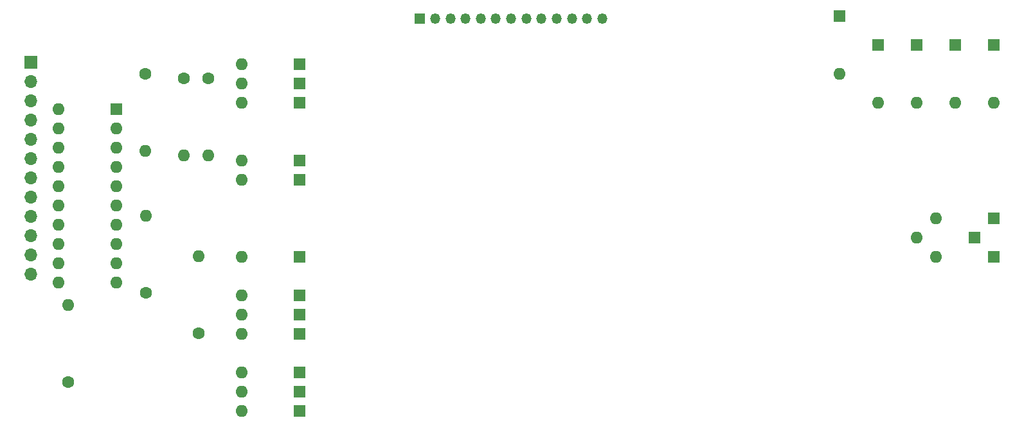
<source format=gbs>
%TF.GenerationSoftware,KiCad,Pcbnew,(6.0.0)*%
%TF.CreationDate,2022-03-13T17:54:28-04:00*%
%TF.ProjectId,jaguar controller lower pcb,6a616775-6172-4206-936f-6e74726f6c6c,rev?*%
%TF.SameCoordinates,Original*%
%TF.FileFunction,Soldermask,Bot*%
%TF.FilePolarity,Negative*%
%FSLAX46Y46*%
G04 Gerber Fmt 4.6, Leading zero omitted, Abs format (unit mm)*
G04 Created by KiCad (PCBNEW (6.0.0)) date 2022-03-13 17:54:28*
%MOMM*%
%LPD*%
G01*
G04 APERTURE LIST*
%ADD10C,1.600000*%
%ADD11O,1.600000X1.600000*%
%ADD12R,1.600000X1.600000*%
%ADD13R,1.700000X1.700000*%
%ADD14O,1.700000X1.700000*%
%ADD15R,1.350000X1.350000*%
%ADD16O,1.350000X1.350000*%
G04 APERTURE END LIST*
D10*
%TO.C,R5*%
X90695000Y-121635000D03*
D11*
X90695000Y-111475000D03*
%TD*%
D12*
%TO.C,D11*%
X210075000Y-102585000D03*
D11*
X202455000Y-102585000D03*
%TD*%
D10*
%TO.C,R3*%
X100965000Y-109855000D03*
D11*
X100965000Y-99695000D03*
%TD*%
D12*
%TO.C,D15*%
X202455000Y-77185000D03*
D11*
X202455000Y-84805000D03*
%TD*%
D12*
%TO.C,D2*%
X121175000Y-82265000D03*
D11*
X113555000Y-82265000D03*
%TD*%
D10*
%TO.C,R4*%
X109110000Y-81630000D03*
D11*
X109110000Y-91790000D03*
%TD*%
D13*
%TO.C,J2*%
X85775000Y-79515000D03*
D14*
X85775000Y-82055000D03*
X85775000Y-84595000D03*
X85775000Y-87135000D03*
X85775000Y-89675000D03*
X85775000Y-92215000D03*
X85775000Y-94755000D03*
X85775000Y-97295000D03*
X85775000Y-99835000D03*
X85775000Y-102375000D03*
X85775000Y-104915000D03*
X85775000Y-107455000D03*
%TD*%
D12*
%TO.C,D9*%
X121175000Y-110205000D03*
D11*
X113555000Y-110205000D03*
%TD*%
D10*
%TO.C,R1*%
X100855000Y-80995000D03*
D11*
X100855000Y-91155000D03*
%TD*%
D12*
%TO.C,D1*%
X121175000Y-79725000D03*
D11*
X113555000Y-79725000D03*
%TD*%
D12*
%TO.C,D14*%
X192295000Y-73375000D03*
D11*
X192295000Y-80995000D03*
%TD*%
D12*
%TO.C,D12*%
X212615000Y-105125000D03*
D11*
X204995000Y-105125000D03*
%TD*%
D12*
%TO.C,D10*%
X121175000Y-122905000D03*
D11*
X113555000Y-122905000D03*
%TD*%
D12*
%TO.C,D17*%
X212615000Y-77185000D03*
D11*
X212615000Y-84805000D03*
%TD*%
D12*
%TO.C,D13*%
X212615000Y-100045000D03*
D11*
X204995000Y-100045000D03*
%TD*%
D12*
%TO.C,D5*%
X121175000Y-94965000D03*
D11*
X113555000Y-94965000D03*
%TD*%
D12*
%TO.C,D6*%
X121175000Y-92425000D03*
D11*
X113555000Y-92425000D03*
%TD*%
D12*
%TO.C,D4*%
X121175000Y-105125000D03*
D11*
X113555000Y-105125000D03*
%TD*%
D12*
%TO.C,D3*%
X121175000Y-84805000D03*
D11*
X113555000Y-84805000D03*
%TD*%
D10*
%TO.C,R2*%
X105935000Y-81630000D03*
D11*
X105935000Y-91790000D03*
%TD*%
D12*
%TO.C,D18*%
X121175000Y-120365000D03*
D11*
X113555000Y-120365000D03*
%TD*%
D12*
%TO.C,U1*%
X97019600Y-85719400D03*
D11*
X97019600Y-88259400D03*
X97019600Y-90799400D03*
X97019600Y-93339400D03*
X97019600Y-95879400D03*
X97019600Y-98419400D03*
X97019600Y-100959400D03*
X97019600Y-103499400D03*
X97019600Y-106039400D03*
X97019600Y-108579400D03*
X89399600Y-108579400D03*
X89399600Y-106039400D03*
X89399600Y-103499400D03*
X89399600Y-100959400D03*
X89399600Y-98419400D03*
X89399600Y-95879400D03*
X89399600Y-93339400D03*
X89399600Y-90799400D03*
X89399600Y-88259400D03*
X89399600Y-85719400D03*
%TD*%
D12*
%TO.C,D19*%
X121175000Y-125445000D03*
D11*
X113555000Y-125445000D03*
%TD*%
D12*
%TO.C,D8*%
X121175000Y-112745000D03*
D11*
X113555000Y-112745000D03*
%TD*%
D12*
%TO.C,D7*%
X121175000Y-115285000D03*
D11*
X113555000Y-115285000D03*
%TD*%
D10*
%TO.C,R6*%
X107840000Y-115231200D03*
D11*
X107840000Y-105071200D03*
%TD*%
D15*
%TO.C,J1*%
X137025000Y-73735000D03*
D16*
X139025000Y-73735000D03*
X141025000Y-73735000D03*
X143025000Y-73735000D03*
X145025000Y-73735000D03*
X147025000Y-73735000D03*
X149025000Y-73735000D03*
X151025000Y-73735000D03*
X153025000Y-73735000D03*
X155025000Y-73735000D03*
X157025000Y-73735000D03*
X159025000Y-73735000D03*
X161025000Y-73735000D03*
%TD*%
D12*
%TO.C,D16*%
X197375000Y-77185000D03*
D11*
X197375000Y-84805000D03*
%TD*%
D12*
%TO.C,D20*%
X207535000Y-77185000D03*
D11*
X207535000Y-84805000D03*
%TD*%
M02*

</source>
